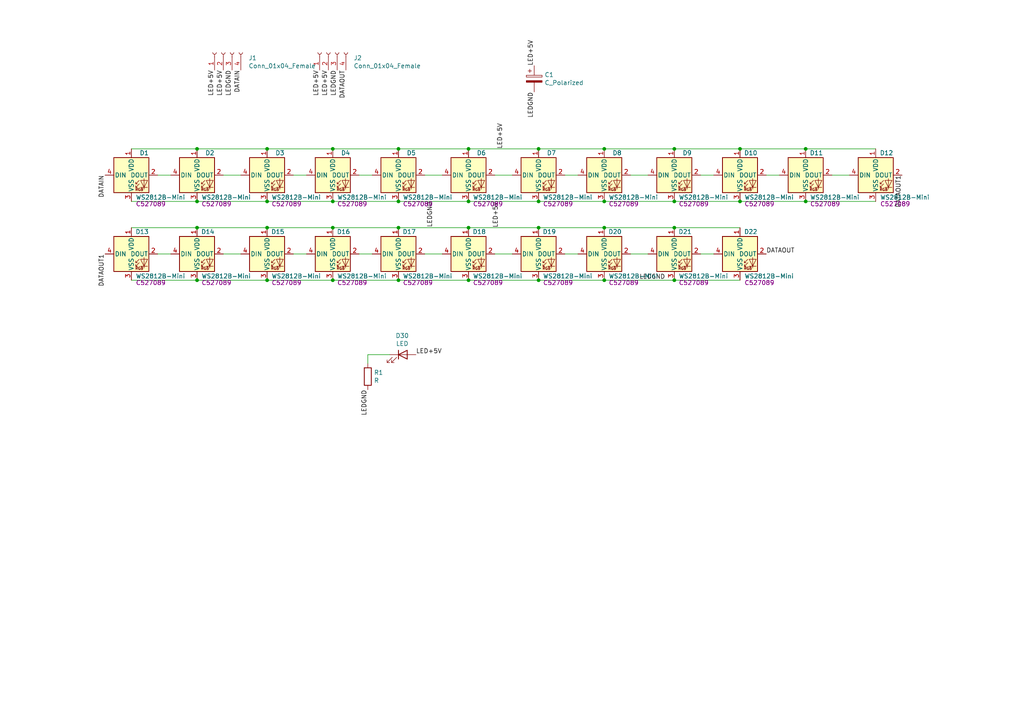
<source format=kicad_sch>
(kicad_sch (version 20211123) (generator eeschema)
  (paper "A4")
  (lib_symbols
    (symbol "Connector:Conn_01x04_Female" (pin_names (offset 1.016) hide)
      (property "Reference" "J" (at 0 5.08 0))
      (property "Value" "Conn_01x04_Female" (at 0 -7.62 0))
      (symbol "Conn_01x04_Female_1_1"
        (arc (start 0 -4.572) (mid -0.508 -5.08) (end 0 -5.588) (stroke (width 0.1524)))
        (arc (start 0 -2.032) (mid -0.508 -2.54) (end 0 -3.048) (stroke (width 0.1524)))
        (polyline (pts (xy -1.27 -5.08) (xy -0.508 -5.08)) (stroke (width 0.1524)))
        (polyline (pts (xy -1.27 -2.54) (xy -0.508 -2.54)) (stroke (width 0.1524)))
        (polyline (pts (xy -1.27 0) (xy -0.508 0)) (stroke (width 0.1524)))
        (polyline (pts (xy -1.27 2.54) (xy -0.508 2.54)) (stroke (width 0.1524)))
        (arc (start 0 0.508) (mid -0.508 0) (end 0 -0.508) (stroke (width 0.1524)))
        (arc (start 0 3.048) (mid -0.508 2.54) (end 0 2.032) (stroke (width 0.1524)))
        (pin passive line (at -5.08 2.54 0) (length 3.81) (name "Pin_1") (number "1"))
        (pin passive line (at -5.08 0 0) (length 3.81) (name "Pin_2") (number "2"))
        (pin passive line (at -5.08 -2.54 0) (length 3.81) (name "Pin_3") (number "3"))
        (pin passive line (at -5.08 -5.08 0) (length 3.81) (name "Pin_4") (number "4"))
      )
    )
    (symbol "Device:C_Polarized" (pin_numbers hide) (pin_names (offset 0.254))
      (property "Reference" "C" (at 0.635 2.54 0))
      (property "Value" "C_Polarized" (at 0.635 -2.54 0))
      (symbol "C_Polarized_0_1"
        (rectangle (start -2.286 0.508) (end 2.286 1.016))
        (polyline (pts (xy -1.778 2.286) (xy -0.762 2.286)))
        (polyline (pts (xy -1.27 2.794) (xy -1.27 1.778)))
        (rectangle (start 2.286 -0.508) (end -2.286 -1.016) (fill (type outline)))
      )
      (symbol "C_Polarized_1_1"
        (pin passive line (at 0 3.81 270) (length 2.794) (name "~") (number "1"))
        (pin passive line (at 0 -3.81 90) (length 2.794) (name "~") (number "2"))
      )
    )
    (symbol "Device:LED" (pin_numbers hide) (pin_names (offset 1.016) hide)
      (property "Reference" "D" (at 0 2.54 0))
      (property "Value" "LED" (at 0 -2.54 0))
      (symbol "LED_0_1"
        (polyline (pts (xy -1.27 -1.27) (xy -1.27 1.27)) (stroke (width 0.254)))
        (polyline (pts (xy -1.27 0) (xy 1.27 0)))
        (polyline (pts (xy 1.27 -1.27) (xy 1.27 1.27) (xy -1.27 0) (xy 1.27 -1.27)) (stroke (width 0.254)))
        (polyline (pts (xy -3.048 -0.762) (xy -4.572 -2.286) (xy -3.81 -2.286) (xy -4.572 -2.286) (xy -4.572 -1.524)))
        (polyline (pts (xy -1.778 -0.762) (xy -3.302 -2.286) (xy -2.54 -2.286) (xy -3.302 -2.286) (xy -3.302 -1.524)))
      )
      (symbol "LED_1_1"
        (pin passive line (at -3.81 0 0) (length 2.54) (name "K") (number "1"))
        (pin passive line (at 3.81 0 180) (length 2.54) (name "A") (number "2"))
      )
    )
    (symbol "Device:R" (pin_numbers hide) (pin_names (offset 0))
      (property "Reference" "R" (at 2.032 0 90))
      (property "Value" "R" (at 0 0 90))
      (symbol "R_0_1"
        (rectangle (start -1.016 -2.54) (end 1.016 2.54) (stroke (width 0.254)))
      )
      (symbol "R_1_1"
        (pin passive line (at 0 3.81 270) (length 1.27) (name "~") (number "1"))
        (pin passive line (at 0 -3.81 90) (length 1.27) (name "~") (number "2"))
      )
    )
    (symbol "OpenHornet:WS2812B-Mini" (pin_names (offset 0.254))
      (property "Reference" "D" (at 5.08 5.715 0))
      (property "Value" "WS2812B-Mini" (at 1.27 -5.715 0))
      (property "LCSC Part Number" "C527089" (at 1.27 -7.62 0))
      (symbol "WS2812B-Mini_0_0"
        (text "RGB" (at 2.286 -4.191 0) (effects (font (size 0.762 0.762))))
      )
      (symbol "WS2812B-Mini_0_1"
        (polyline (pts (xy 1.27 -3.556) (xy 1.778 -3.556)))
        (polyline (pts (xy 1.27 -2.54) (xy 1.778 -2.54)))
        (polyline (pts (xy 4.699 -3.556) (xy 2.667 -3.556)))
        (polyline (pts (xy 2.286 -2.54) (xy 1.27 -3.556) (xy 1.27 -3.048)))
        (polyline (pts (xy 2.286 -1.524) (xy 1.27 -2.54) (xy 1.27 -2.032)))
        (polyline (pts (xy 3.683 -1.016) (xy 3.683 -3.556) (xy 3.683 -4.064)))
        (polyline (pts (xy 4.699 -1.524) (xy 2.667 -1.524) (xy 3.683 -3.556) (xy 4.699 -1.524)))
        (rectangle (start 5.08 5.08) (end -5.08 -5.08) (stroke (width 0.254)) (fill (type background)))
      )
      (symbol "WS2812B-Mini_1_1"
        (pin power_in line (at 0 7.62 270) (length 2.54) (name "VDD") (number "1"))
        (pin output line (at 7.62 0 180) (length 2.54) (name "DOUT") (number "2"))
        (pin power_in line (at 0 -7.62 90) (length 2.54) (name "VSS") (number "3"))
        (pin input line (at -7.62 0 0) (length 2.54) (name "DIN") (number "4"))
      )
    )
    (symbol "WS2812B-Mini_1" (pin_names (offset 0.254))
      (property "Reference" "D" (at 5.08 5.715 0))
      (property "Value" "WS2812B-Mini_1" (at 1.27 -5.715 0))
      (property "LCSC Part Number" "C527089" (at 1.27 -7.62 0))
      (symbol "WS2812B-Mini_1_0_0"
        (text "RGB" (at 2.286 -4.191 0) (effects (font (size 0.762 0.762))))
      )
      (symbol "WS2812B-Mini_1_0_1"
        (polyline (pts (xy 1.27 -3.556) (xy 1.778 -3.556)))
        (polyline (pts (xy 1.27 -2.54) (xy 1.778 -2.54)))
        (polyline (pts (xy 4.699 -3.556) (xy 2.667 -3.556)))
        (polyline (pts (xy 2.286 -2.54) (xy 1.27 -3.556) (xy 1.27 -3.048)))
        (polyline (pts (xy 2.286 -1.524) (xy 1.27 -2.54) (xy 1.27 -2.032)))
        (polyline (pts (xy 3.683 -1.016) (xy 3.683 -3.556) (xy 3.683 -4.064)))
        (polyline (pts (xy 4.699 -1.524) (xy 2.667 -1.524) (xy 3.683 -3.556) (xy 4.699 -1.524)))
        (rectangle (start 5.08 5.08) (end -5.08 -5.08) (stroke (width 0.254)) (fill (type background)))
      )
      (symbol "WS2812B-Mini_1_1_1"
        (pin power_in line (at 0 7.62 270) (length 2.54) (name "VDD") (number "1"))
        (pin output line (at 7.62 0 180) (length 2.54) (name "DOUT") (number "2"))
        (pin power_in line (at 0 -7.62 90) (length 2.54) (name "VSS") (number "3"))
        (pin input line (at -7.62 0 0) (length 2.54) (name "DIN") (number "4"))
      )
    )
    (symbol "WS2812B-Mini_10" (pin_names (offset 0.254))
      (property "Reference" "D" (at 5.08 5.715 0))
      (property "Value" "WS2812B-Mini_10" (at 1.27 -5.715 0))
      (property "LCSC Part Number" "C527089" (at 1.27 -7.62 0))
      (symbol "WS2812B-Mini_10_0_0"
        (text "RGB" (at 2.286 -4.191 0) (effects (font (size 0.762 0.762))))
      )
      (symbol "WS2812B-Mini_10_0_1"
        (polyline (pts (xy 1.27 -3.556) (xy 1.778 -3.556)))
        (polyline (pts (xy 1.27 -2.54) (xy 1.778 -2.54)))
        (polyline (pts (xy 4.699 -3.556) (xy 2.667 -3.556)))
        (polyline (pts (xy 2.286 -2.54) (xy 1.27 -3.556) (xy 1.27 -3.048)))
        (polyline (pts (xy 2.286 -1.524) (xy 1.27 -2.54) (xy 1.27 -2.032)))
        (polyline (pts (xy 3.683 -1.016) (xy 3.683 -3.556) (xy 3.683 -4.064)))
        (polyline (pts (xy 4.699 -1.524) (xy 2.667 -1.524) (xy 3.683 -3.556) (xy 4.699 -1.524)))
        (rectangle (start 5.08 5.08) (end -5.08 -5.08) (stroke (width 0.254)) (fill (type background)))
      )
      (symbol "WS2812B-Mini_10_1_1"
        (pin power_in line (at 0 7.62 270) (length 2.54) (name "VDD") (number "1"))
        (pin output line (at 7.62 0 180) (length 2.54) (name "DOUT") (number "2"))
        (pin power_in line (at 0 -7.62 90) (length 2.54) (name "VSS") (number "3"))
        (pin input line (at -7.62 0 0) (length 2.54) (name "DIN") (number "4"))
      )
    )
    (symbol "WS2812B-Mini_11" (pin_names (offset 0.254))
      (property "Reference" "D" (at 5.08 5.715 0))
      (property "Value" "WS2812B-Mini_11" (at 1.27 -5.715 0))
      (property "LCSC Part Number" "C527089" (at 1.27 -7.62 0))
      (symbol "WS2812B-Mini_11_0_0"
        (text "RGB" (at 2.286 -4.191 0) (effects (font (size 0.762 0.762))))
      )
      (symbol "WS2812B-Mini_11_0_1"
        (polyline (pts (xy 1.27 -3.556) (xy 1.778 -3.556)))
        (polyline (pts (xy 1.27 -2.54) (xy 1.778 -2.54)))
        (polyline (pts (xy 4.699 -3.556) (xy 2.667 -3.556)))
        (polyline (pts (xy 2.286 -2.54) (xy 1.27 -3.556) (xy 1.27 -3.048)))
        (polyline (pts (xy 2.286 -1.524) (xy 1.27 -2.54) (xy 1.27 -2.032)))
        (polyline (pts (xy 3.683 -1.016) (xy 3.683 -3.556) (xy 3.683 -4.064)))
        (polyline (pts (xy 4.699 -1.524) (xy 2.667 -1.524) (xy 3.683 -3.556) (xy 4.699 -1.524)))
        (rectangle (start 5.08 5.08) (end -5.08 -5.08) (stroke (width 0.254)) (fill (type background)))
      )
      (symbol "WS2812B-Mini_11_1_1"
        (pin power_in line (at 0 7.62 270) (length 2.54) (name "VDD") (number "1"))
        (pin output line (at 7.62 0 180) (length 2.54) (name "DOUT") (number "2"))
        (pin power_in line (at 0 -7.62 90) (length 2.54) (name "VSS") (number "3"))
        (pin input line (at -7.62 0 0) (length 2.54) (name "DIN") (number "4"))
      )
    )
    (symbol "WS2812B-Mini_12" (pin_names (offset 0.254))
      (property "Reference" "D" (at 5.08 5.715 0))
      (property "Value" "WS2812B-Mini_12" (at 1.27 -5.715 0))
      (property "LCSC Part Number" "C527089" (at 1.27 -7.62 0))
      (symbol "WS2812B-Mini_12_0_0"
        (text "RGB" (at 2.286 -4.191 0) (effects (font (size 0.762 0.762))))
      )
      (symbol "WS2812B-Mini_12_0_1"
        (polyline (pts (xy 1.27 -3.556) (xy 1.778 -3.556)))
        (polyline (pts (xy 1.27 -2.54) (xy 1.778 -2.54)))
        (polyline (pts (xy 4.699 -3.556) (xy 2.667 -3.556)))
        (polyline (pts (xy 2.286 -2.54) (xy 1.27 -3.556) (xy 1.27 -3.048)))
        (polyline (pts (xy 2.286 -1.524) (xy 1.27 -2.54) (xy 1.27 -2.032)))
        (polyline (pts (xy 3.683 -1.016) (xy 3.683 -3.556) (xy 3.683 -4.064)))
        (polyline (pts (xy 4.699 -1.524) (xy 2.667 -1.524) (xy 3.683 -3.556) (xy 4.699 -1.524)))
        (rectangle (start 5.08 5.08) (end -5.08 -5.08) (stroke (width 0.254)) (fill (type background)))
      )
      (symbol "WS2812B-Mini_12_1_1"
        (pin power_in line (at 0 7.62 270) (length 2.54) (name "VDD") (number "1"))
        (pin output line (at 7.62 0 180) (length 2.54) (name "DOUT") (number "2"))
        (pin power_in line (at 0 -7.62 90) (length 2.54) (name "VSS") (number "3"))
        (pin input line (at -7.62 0 0) (length 2.54) (name "DIN") (number "4"))
      )
    )
    (symbol "WS2812B-Mini_13" (pin_names (offset 0.254))
      (property "Reference" "D" (at 5.08 5.715 0))
      (property "Value" "WS2812B-Mini_13" (at 1.27 -5.715 0))
      (property "LCSC Part Number" "C527089" (at 1.27 -7.62 0))
      (symbol "WS2812B-Mini_13_0_0"
        (text "RGB" (at 2.286 -4.191 0) (effects (font (size 0.762 0.762))))
      )
      (symbol "WS2812B-Mini_13_0_1"
        (polyline (pts (xy 1.27 -3.556) (xy 1.778 -3.556)))
        (polyline (pts (xy 1.27 -2.54) (xy 1.778 -2.54)))
        (polyline (pts (xy 4.699 -3.556) (xy 2.667 -3.556)))
        (polyline (pts (xy 2.286 -2.54) (xy 1.27 -3.556) (xy 1.27 -3.048)))
        (polyline (pts (xy 2.286 -1.524) (xy 1.27 -2.54) (xy 1.27 -2.032)))
        (polyline (pts (xy 3.683 -1.016) (xy 3.683 -3.556) (xy 3.683 -4.064)))
        (polyline (pts (xy 4.699 -1.524) (xy 2.667 -1.524) (xy 3.683 -3.556) (xy 4.699 -1.524)))
        (rectangle (start 5.08 5.08) (end -5.08 -5.08) (stroke (width 0.254)) (fill (type background)))
      )
      (symbol "WS2812B-Mini_13_1_1"
        (pin power_in line (at 0 7.62 270) (length 2.54) (name "VDD") (number "1"))
        (pin output line (at 7.62 0 180) (length 2.54) (name "DOUT") (number "2"))
        (pin power_in line (at 0 -7.62 90) (length 2.54) (name "VSS") (number "3"))
        (pin input line (at -7.62 0 0) (length 2.54) (name "DIN") (number "4"))
      )
    )
    (symbol "WS2812B-Mini_14" (pin_names (offset 0.254))
      (property "Reference" "D" (at 5.08 5.715 0))
      (property "Value" "WS2812B-Mini_14" (at 1.27 -5.715 0))
      (property "LCSC Part Number" "C527089" (at 1.27 -7.62 0))
      (symbol "WS2812B-Mini_14_0_0"
        (text "RGB" (at 2.286 -4.191 0) (effects (font (size 0.762 0.762))))
      )
      (symbol "WS2812B-Mini_14_0_1"
        (polyline (pts (xy 1.27 -3.556) (xy 1.778 -3.556)))
        (polyline (pts (xy 1.27 -2.54) (xy 1.778 -2.54)))
        (polyline (pts (xy 4.699 -3.556) (xy 2.667 -3.556)))
        (polyline (pts (xy 2.286 -2.54) (xy 1.27 -3.556) (xy 1.27 -3.048)))
        (polyline (pts (xy 2.286 -1.524) (xy 1.27 -2.54) (xy 1.27 -2.032)))
        (polyline (pts (xy 3.683 -1.016) (xy 3.683 -3.556) (xy 3.683 -4.064)))
        (polyline (pts (xy 4.699 -1.524) (xy 2.667 -1.524) (xy 3.683 -3.556) (xy 4.699 -1.524)))
        (rectangle (start 5.08 5.08) (end -5.08 -5.08) (stroke (width 0.254)) (fill (type background)))
      )
      (symbol "WS2812B-Mini_14_1_1"
        (pin power_in line (at 0 7.62 270) (length 2.54) (name "VDD") (number "1"))
        (pin output line (at 7.62 0 180) (length 2.54) (name "DOUT") (number "2"))
        (pin power_in line (at 0 -7.62 90) (length 2.54) (name "VSS") (number "3"))
        (pin input line (at -7.62 0 0) (length 2.54) (name "DIN") (number "4"))
      )
    )
    (symbol "WS2812B-Mini_15" (pin_names (offset 0.254))
      (property "Reference" "D" (at 5.08 5.715 0))
      (property "Value" "WS2812B-Mini_15" (at 1.27 -5.715 0))
      (property "LCSC Part Number" "C527089" (at 1.27 -7.62 0))
      (symbol "WS2812B-Mini_15_0_0"
        (text "RGB" (at 2.286 -4.191 0) (effects (font (size 0.762 0.762))))
      )
      (symbol "WS2812B-Mini_15_0_1"
        (polyline (pts (xy 1.27 -3.556) (xy 1.778 -3.556)))
        (polyline (pts (xy 1.27 -2.54) (xy 1.778 -2.54)))
        (polyline (pts (xy 4.699 -3.556) (xy 2.667 -3.556)))
        (polyline (pts (xy 2.286 -2.54) (xy 1.27 -3.556) (xy 1.27 -3.048)))
        (polyline (pts (xy 2.286 -1.524) (xy 1.27 -2.54) (xy 1.27 -2.032)))
        (polyline (pts (xy 3.683 -1.016) (xy 3.683 -3.556) (xy 3.683 -4.064)))
        (polyline (pts (xy 4.699 -1.524) (xy 2.667 -1.524) (xy 3.683 -3.556) (xy 4.699 -1.524)))
        (rectangle (start 5.08 5.08) (end -5.08 -5.08) (stroke (width 0.254)) (fill (type background)))
      )
      (symbol "WS2812B-Mini_15_1_1"
        (pin power_in line (at 0 7.62 270) (length 2.54) (name "VDD") (number "1"))
        (pin output line (at 7.62 0 180) (length 2.54) (name "DOUT") (number "2"))
        (pin power_in line (at 0 -7.62 90) (length 2.54) (name "VSS") (number "3"))
        (pin input line (at -7.62 0 0) (length 2.54) (name "DIN") (number "4"))
      )
    )
    (symbol "WS2812B-Mini_16" (pin_names (offset 0.254))
      (property "Reference" "D" (at 5.08 5.715 0))
      (property "Value" "WS2812B-Mini_16" (at 1.27 -5.715 0))
      (property "LCSC Part Number" "C527089" (at 1.27 -7.62 0))
      (symbol "WS2812B-Mini_16_0_0"
        (text "RGB" (at 2.286 -4.191 0) (effects (font (size 0.762 0.762))))
      )
      (symbol "WS2812B-Mini_16_0_1"
        (polyline (pts (xy 1.27 -3.556) (xy 1.778 -3.556)))
        (polyline (pts (xy 1.27 -2.54) (xy 1.778 -2.54)))
        (polyline (pts (xy 4.699 -3.556) (xy 2.667 -3.556)))
        (polyline (pts (xy 2.286 -2.54) (xy 1.27 -3.556) (xy 1.27 -3.048)))
        (polyline (pts (xy 2.286 -1.524) (xy 1.27 -2.54) (xy 1.27 -2.032)))
        (polyline (pts (xy 3.683 -1.016) (xy 3.683 -3.556) (xy 3.683 -4.064)))
        (polyline (pts (xy 4.699 -1.524) (xy 2.667 -1.524) (xy 3.683 -3.556) (xy 4.699 -1.524)))
        (rectangle (start 5.08 5.08) (end -5.08 -5.08) (stroke (width 0.254)) (fill (type background)))
      )
      (symbol "WS2812B-Mini_16_1_1"
        (pin power_in line (at 0 7.62 270) (length 2.54) (name "VDD") (number "1"))
        (pin output line (at 7.62 0 180) (length 2.54) (name "DOUT") (number "2"))
        (pin power_in line (at 0 -7.62 90) (length 2.54) (name "VSS") (number "3"))
        (pin input line (at -7.62 0 0) (length 2.54) (name "DIN") (number "4"))
      )
    )
    (symbol "WS2812B-Mini_17" (pin_names (offset 0.254))
      (property "Reference" "D" (at 5.08 5.715 0))
      (property "Value" "WS2812B-Mini_17" (at 1.27 -5.715 0))
      (property "LCSC Part Number" "C527089" (at 1.27 -7.62 0))
      (symbol "WS2812B-Mini_17_0_0"
        (text "RGB" (at 2.286 -4.191 0) (effects (font (size 0.762 0.762))))
      )
      (symbol "WS2812B-Mini_17_0_1"
        (polyline (pts (xy 1.27 -3.556) (xy 1.778 -3.556)))
        (polyline (pts (xy 1.27 -2.54) (xy 1.778 -2.54)))
        (polyline (pts (xy 4.699 -3.556) (xy 2.667 -3.556)))
        (polyline (pts (xy 2.286 -2.54) (xy 1.27 -3.556) (xy 1.27 -3.048)))
        (polyline (pts (xy 2.286 -1.524) (xy 1.27 -2.54) (xy 1.27 -2.032)))
        (polyline (pts (xy 3.683 -1.016) (xy 3.683 -3.556) (xy 3.683 -4.064)))
        (polyline (pts (xy 4.699 -1.524) (xy 2.667 -1.524) (xy 3.683 -3.556) (xy 4.699 -1.524)))
        (rectangle (start 5.08 5.08) (end -5.08 -5.08) (stroke (width 0.254)) (fill (type background)))
      )
      (symbol "WS2812B-Mini_17_1_1"
        (pin power_in line (at 0 7.62 270) (length 2.54) (name "VDD") (number "1"))
        (pin output line (at 7.62 0 180) (length 2.54) (name "DOUT") (number "2"))
        (pin power_in line (at 0 -7.62 90) (length 2.54) (name "VSS") (number "3"))
        (pin input line (at -7.62 0 0) (length 2.54) (name "DIN") (number "4"))
      )
    )
    (symbol "WS2812B-Mini_18" (pin_names (offset 0.254))
      (property "Reference" "D" (at 5.08 5.715 0))
      (property "Value" "WS2812B-Mini_18" (at 1.27 -5.715 0))
      (property "LCSC Part Number" "C527089" (at 1.27 -7.62 0))
      (symbol "WS2812B-Mini_18_0_0"
        (text "RGB" (at 2.286 -4.191 0) (effects (font (size 0.762 0.762))))
      )
      (symbol "WS2812B-Mini_18_0_1"
        (polyline (pts (xy 1.27 -3.556) (xy 1.778 -3.556)))
        (polyline (pts (xy 1.27 -2.54) (xy 1.778 -2.54)))
        (polyline (pts (xy 4.699 -3.556) (xy 2.667 -3.556)))
        (polyline (pts (xy 2.286 -2.54) (xy 1.27 -3.556) (xy 1.27 -3.048)))
        (polyline (pts (xy 2.286 -1.524) (xy 1.27 -2.54) (xy 1.27 -2.032)))
        (polyline (pts (xy 3.683 -1.016) (xy 3.683 -3.556) (xy 3.683 -4.064)))
        (polyline (pts (xy 4.699 -1.524) (xy 2.667 -1.524) (xy 3.683 -3.556) (xy 4.699 -1.524)))
        (rectangle (start 5.08 5.08) (end -5.08 -5.08) (stroke (width 0.254)) (fill (type background)))
      )
      (symbol "WS2812B-Mini_18_1_1"
        (pin power_in line (at 0 7.62 270) (length 2.54) (name "VDD") (number "1"))
        (pin output line (at 7.62 0 180) (length 2.54) (name "DOUT") (number "2"))
        (pin power_in line (at 0 -7.62 90) (length 2.54) (name "VSS") (number "3"))
        (pin input line (at -7.62 0 0) (length 2.54) (name "DIN") (number "4"))
      )
    )
    (symbol "WS2812B-Mini_19" (pin_names (offset 0.254))
      (property "Reference" "D" (at 5.08 5.715 0))
      (property "Value" "WS2812B-Mini_19" (at 1.27 -5.715 0))
      (property "LCSC Part Number" "C527089" (at 1.27 -7.62 0))
      (symbol "WS2812B-Mini_19_0_0"
        (text "RGB" (at 2.286 -4.191 0) (effects (font (size 0.762 0.762))))
      )
      (symbol "WS2812B-Mini_19_0_1"
        (polyline (pts (xy 1.27 -3.556) (xy 1.778 -3.556)))
        (polyline (pts (xy 1.27 -2.54) (xy 1.778 -2.54)))
        (polyline (pts (xy 4.699 -3.556) (xy 2.667 -3.556)))
        (polyline (pts (xy 2.286 -2.54) (xy 1.27 -3.556) (xy 1.27 -3.048)))
        (polyline (pts (xy 2.286 -1.524) (xy 1.27 -2.54) (xy 1.27 -2.032)))
        (polyline (pts (xy 3.683 -1.016) (xy 3.683 -3.556) (xy 3.683 -4.064)))
        (polyline (pts (xy 4.699 -1.524) (xy 2.667 -1.524) (xy 3.683 -3.556) (xy 4.699 -1.524)))
        (rectangle (start 5.08 5.08) (end -5.08 -5.08) (stroke (width 0.254)) (fill (type background)))
      )
      (symbol "WS2812B-Mini_19_1_1"
        (pin power_in line (at 0 7.62 270) (length 2.54) (name "VDD") (number "1"))
        (pin output line (at 7.62 0 180) (length 2.54) (name "DOUT") (number "2"))
        (pin power_in line (at 0 -7.62 90) (length 2.54) (name "VSS") (number "3"))
        (pin input line (at -7.62 0 0) (length 2.54) (name "DIN") (number "4"))
      )
    )
    (symbol "WS2812B-Mini_2" (pin_names (offset 0.254))
      (property "Reference" "D" (at 5.08 5.715 0))
      (property "Value" "WS2812B-Mini_2" (at 1.27 -5.715 0))
      (property "LCSC Part Number" "C527089" (at 1.27 -7.62 0))
      (symbol "WS2812B-Mini_2_0_0"
        (text "RGB" (at 2.286 -4.191 0) (effects (font (size 0.762 0.762))))
      )
      (symbol "WS2812B-Mini_2_0_1"
        (polyline (pts (xy 1.27 -3.556) (xy 1.778 -3.556)))
        (polyline (pts (xy 1.27 -2.54) (xy 1.778 -2.54)))
        (polyline (pts (xy 4.699 -3.556) (xy 2.667 -3.556)))
        (polyline (pts (xy 2.286 -2.54) (xy 1.27 -3.556) (xy 1.27 -3.048)))
        (polyline (pts (xy 2.286 -1.524) (xy 1.27 -2.54) (xy 1.27 -2.032)))
        (polyline (pts (xy 3.683 -1.016) (xy 3.683 -3.556) (xy 3.683 -4.064)))
        (polyline (pts (xy 4.699 -1.524) (xy 2.667 -1.524) (xy 3.683 -3.556) (xy 4.699 -1.524)))
        (rectangle (start 5.08 5.08) (end -5.08 -5.08) (stroke (width 0.254)) (fill (type background)))
      )
      (symbol "WS2812B-Mini_2_1_1"
        (pin power_in line (at 0 7.62 270) (length 2.54) (name "VDD") (number "1"))
        (pin output line (at 7.62 0 180) (length 2.54) (name "DOUT") (number "2"))
        (pin power_in line (at 0 -7.62 90) (length 2.54) (name "VSS") (number "3"))
        (pin input line (at -7.62 0 0) (length 2.54) (name "DIN") (number "4"))
      )
    )
    (symbol "WS2812B-Mini_20" (pin_names (offset 0.254))
      (property "Reference" "D" (at 5.08 5.715 0))
      (property "Value" "WS2812B-Mini_20" (at 1.27 -5.715 0))
      (property "LCSC Part Number" "C527089" (at 1.27 -7.62 0))
      (symbol "WS2812B-Mini_20_0_0"
        (text "RGB" (at 2.286 -4.191 0) (effects (font (size 0.762 0.762))))
      )
      (symbol "WS2812B-Mini_20_0_1"
        (polyline (pts (xy 1.27 -3.556) (xy 1.778 -3.556)))
        (polyline (pts (xy 1.27 -2.54) (xy 1.778 -2.54)))
        (polyline (pts (xy 4.699 -3.556) (xy 2.667 -3.556)))
        (polyline (pts (xy 2.286 -2.54) (xy 1.27 -3.556) (xy 1.27 -3.048)))
        (polyline (pts (xy 2.286 -1.524) (xy 1.27 -2.54) (xy 1.27 -2.032)))
        (polyline (pts (xy 3.683 -1.016) (xy 3.683 -3.556) (xy 3.683 -4.064)))
        (polyline (pts (xy 4.699 -1.524) (xy 2.667 -1.524) (xy 3.683 -3.556) (xy 4.699 -1.524)))
        (rectangle (start 5.08 5.08) (end -5.08 -5.08) (stroke (width 0.254)) (fill (type background)))
      )
      (symbol "WS2812B-Mini_20_1_1"
        (pin power_in line (at 0 7.62 270) (length 2.54) (name "VDD") (number "1"))
        (pin output line (at 7.62 0 180) (length 2.54) (name "DOUT") (number "2"))
        (pin power_in line (at 0 -7.62 90) (length 2.54) (name "VSS") (number "3"))
        (pin input line (at -7.62 0 0) (length 2.54) (name "DIN") (number "4"))
      )
    )
    (symbol "WS2812B-Mini_21" (pin_names (offset 0.254))
      (property "Reference" "D" (at 5.08 5.715 0))
      (property "Value" "WS2812B-Mini_21" (at 1.27 -5.715 0))
      (property "LCSC Part Number" "C527089" (at 1.27 -7.62 0))
      (symbol "WS2812B-Mini_21_0_0"
        (text "RGB" (at 2.286 -4.191 0) (effects (font (size 0.762 0.762))))
      )
      (symbol "WS2812B-Mini_21_0_1"
        (polyline (pts (xy 1.27 -3.556) (xy 1.778 -3.556)))
        (polyline (pts (xy 1.27 -2.54) (xy 1.778 -2.54)))
        (polyline (pts (xy 4.699 -3.556) (xy 2.667 -3.556)))
        (polyline (pts (xy 2.286 -2.54) (xy 1.27 -3.556) (xy 1.27 -3.048)))
        (polyline (pts (xy 2.286 -1.524) (xy 1.27 -2.54) (xy 1.27 -2.032)))
        (polyline (pts (xy 3.683 -1.016) (xy 3.683 -3.556) (xy 3.683 -4.064)))
        (polyline (pts (xy 4.699 -1.524) (xy 2.667 -1.524) (xy 3.683 -3.556) (xy 4.699 -1.524)))
        (rectangle (start 5.08 5.08) (end -5.08 -5.08) (stroke (width 0.254)) (fill (type background)))
      )
      (symbol "WS2812B-Mini_21_1_1"
        (pin power_in line (at 0 7.62 270) (length 2.54) (name "VDD") (number "1"))
        (pin output line (at 7.62 0 180) (length 2.54) (name "DOUT") (number "2"))
        (pin power_in line (at 0 -7.62 90) (length 2.54) (name "VSS") (number "3"))
        (pin input line (at -7.62 0 0) (length 2.54) (name "DIN") (number "4"))
      )
    )
    (symbol "WS2812B-Mini_3" (pin_names (offset 0.254))
      (property "Reference" "D" (at 5.08 5.715 0))
      (property "Value" "WS2812B-Mini_3" (at 1.27 -5.715 0))
      (property "LCSC Part Number" "C527089" (at 1.27 -7.62 0))
      (symbol "WS2812B-Mini_3_0_0"
        (text "RGB" (at 2.286 -4.191 0) (effects (font (size 0.762 0.762))))
      )
      (symbol "WS2812B-Mini_3_0_1"
        (polyline (pts (xy 1.27 -3.556) (xy 1.778 -3.556)))
        (polyline (pts (xy 1.27 -2.54) (xy 1.778 -2.54)))
        (polyline (pts (xy 4.699 -3.556) (xy 2.667 -3.556)))
        (polyline (pts (xy 2.286 -2.54) (xy 1.27 -3.556) (xy 1.27 -3.048)))
        (polyline (pts (xy 2.286 -1.524) (xy 1.27 -2.54) (xy 1.27 -2.032)))
        (polyline (pts (xy 3.683 -1.016) (xy 3.683 -3.556) (xy 3.683 -4.064)))
        (polyline (pts (xy 4.699 -1.524) (xy 2.667 -1.524) (xy 3.683 -3.556) (xy 4.699 -1.524)))
        (rectangle (start 5.08 5.08) (end -5.08 -5.08) (stroke (width 0.254)) (fill (type background)))
      )
      (symbol "WS2812B-Mini_3_1_1"
        (pin power_in line (at 0 7.62 270) (length 2.54) (name "VDD") (number "1"))
        (pin output line (at 7.62 0 180) (length 2.54) (name "DOUT") (number "2"))
        (pin power_in line (at 0 -7.62 90) (length 2.54) (name "VSS") (number "3"))
        (pin input line (at -7.62 0 0) (length 2.54) (name "DIN") (number "4"))
      )
    )
    (symbol "WS2812B-Mini_4" (pin_names (offset 0.254))
      (property "Reference" "D" (at 5.08 5.715 0))
      (property "Value" "WS2812B-Mini_4" (at 1.27 -5.715 0))
      (property "LCSC Part Number" "C527089" (at 1.27 -7.62 0))
      (symbol "WS2812B-Mini_4_0_0"
        (text "RGB" (at 2.286 -4.191 0) (effects (font (size 0.762 0.762))))
      )
      (symbol "WS2812B-Mini_4_0_1"
        (polyline (pts (xy 1.27 -3.556) (xy 1.778 -3.556)))
        (polyline (pts (xy 1.27 -2.54) (xy 1.778 -2.54)))
        (polyline (pts (xy 4.699 -3.556) (xy 2.667 -3.556)))
        (polyline (pts (xy 2.286 -2.54) (xy 1.27 -3.556) (xy 1.27 -3.048)))
        (polyline (pts (xy 2.286 -1.524) (xy 1.27 -2.54) (xy 1.27 -2.032)))
        (polyline (pts (xy 3.683 -1.016) (xy 3.683 -3.556) (xy 3.683 -4.064)))
        (polyline (pts (xy 4.699 -1.524) (xy 2.667 -1.524) (xy 3.683 -3.556) (xy 4.699 -1.524)))
        (rectangle (start 5.08 5.08) (end -5.08 -5.08) (stroke (width 0.254)) (fill (type background)))
      )
      (symbol "WS2812B-Mini_4_1_1"
        (pin power_in line (at 0 7.62 270) (length 2.54) (name "VDD") (number "1"))
        (pin output line (at 7.62 0 180) (length 2.54) (name "DOUT") (number "2"))
        (pin power_in line (at 0 -7.62 90) (length 2.54) (name "VSS") (number "3"))
        (pin input line (at -7.62 0 0) (length 2.54) (name "DIN") (number "4"))
      )
    )
    (symbol "WS2812B-Mini_5" (pin_names (offset 0.254))
      (property "Reference" "D" (at 5.08 5.715 0))
      (property "Value" "WS2812B-Mini_5" (at 1.27 -5.715 0))
      (property "LCSC Part Number" "C527089" (at 1.27 -7.62 0))
      (symbol "WS2812B-Mini_5_0_0"
        (text "RGB" (at 2.286 -4.191 0) (effects (font (size 0.762 0.762))))
      )
      (symbol "WS2812B-Mini_5_0_1"
        (polyline (pts (xy 1.27 -3.556) (xy 1.778 -3.556)))
        (polyline (pts (xy 1.27 -2.54) (xy 1.778 -2.54)))
        (polyline (pts (xy 4.699 -3.556) (xy 2.667 -3.556)))
        (polyline (pts (xy 2.286 -2.54) (xy 1.27 -3.556) (xy 1.27 -3.048)))
        (polyline (pts (xy 2.286 -1.524) (xy 1.27 -2.54) (xy 1.27 -2.032)))
        (polyline (pts (xy 3.683 -1.016) (xy 3.683 -3.556) (xy 3.683 -4.064)))
        (polyline (pts (xy 4.699 -1.524) (xy 2.667 -1.524) (xy 3.683 -3.556) (xy 4.699 -1.524)))
        (rectangle (start 5.08 5.08) (end -5.08 -5.08) (stroke (width 0.254)) (fill (type background)))
      )
      (symbol "WS2812B-Mini_5_1_1"
        (pin power_in line (at 0 7.62 270) (length 2.54) (name "VDD") (number "1"))
        (pin output line (at 7.62 0 180) (length 2.54) (name "DOUT") (number "2"))
        (pin power_in line (at 0 -7.62 90) (length 2.54) (name "VSS") (number "3"))
        (pin input line (at -7.62 0 0) (length 2.54) (name "DIN") (number "4"))
      )
    )
    (symbol "WS2812B-Mini_6" (pin_names (offset 0.254))
      (property "Reference" "D" (at 5.08 5.715 0))
      (property "Value" "WS2812B-Mini_6" (at 1.27 -5.715 0))
      (property "LCSC Part Number" "C527089" (at 1.27 -7.62 0))
      (symbol "WS2812B-Mini_6_0_0"
        (text "RGB" (at 2.286 -4.191 0) (effects (font (size 0.762 0.762))))
      )
      (symbol "WS2812B-Mini_6_0_1"
        (polyline (pts (xy 1.27 -3.556) (xy 1.778 -3.556)))
        (polyline (pts (xy 1.27 -2.54) (xy 1.778 -2.54)))
        (polyline (pts (xy 4.699 -3.556) (xy 2.667 -3.556)))
        (polyline (pts (xy 2.286 -2.54) (xy 1.27 -3.556) (xy 1.27 -3.048)))
        (polyline (pts (xy 2.286 -1.524) (xy 1.27 -2.54) (xy 1.27 -2.032)))
        (polyline (pts (xy 3.683 -1.016) (xy 3.683 -3.556) (xy 3.683 -4.064)))
        (polyline (pts (xy 4.699 -1.524) (xy 2.667 -1.524) (xy 3.683 -3.556) (xy 4.699 -1.524)))
        (rectangle (start 5.08 5.08) (end -5.08 -5.08) (stroke (width 0.254)) (fill (type background)))
      )
      (symbol "WS2812B-Mini_6_1_1"
        (pin power_in line (at 0 7.62 270) (length 2.54) (name "VDD") (number "1"))
        (pin output line (at 7.62 0 180) (length 2.54) (name "DOUT") (number "2"))
        (pin power_in line (at 0 -7.62 90) (length 2.54) (name "VSS") (number "3"))
        (pin input line (at -7.62 0 0) (length 2.54) (name "DIN") (number "4"))
      )
    )
    (symbol "WS2812B-Mini_7" (pin_names (offset 0.254))
      (property "Reference" "D" (at 5.08 5.715 0))
      (property "Value" "WS2812B-Mini_7" (at 1.27 -5.715 0))
      (property "LCSC Part Number" "C527089" (at 1.27 -7.62 0))
      (symbol "WS2812B-Mini_7_0_0"
        (text "RGB" (at 2.286 -4.191 0) (effects (font (size 0.762 0.762))))
      )
      (symbol "WS2812B-Mini_7_0_1"
        (polyline (pts (xy 1.27 -3.556) (xy 1.778 -3.556)))
        (polyline (pts (xy 1.27 -2.54) (xy 1.778 -2.54)))
        (polyline (pts (xy 4.699 -3.556) (xy 2.667 -3.556)))
        (polyline (pts (xy 2.286 -2.54) (xy 1.27 -3.556) (xy 1.27 -3.048)))
        (polyline (pts (xy 2.286 -1.524) (xy 1.27 -2.54) (xy 1.27 -2.032)))
        (polyline (pts (xy 3.683 -1.016) (xy 3.683 -3.556) (xy 3.683 -4.064)))
        (polyline (pts (xy 4.699 -1.524) (xy 2.667 -1.524) (xy 3.683 -3.556) (xy 4.699 -1.524)))
        (rectangle (start 5.08 5.08) (end -5.08 -5.08) (stroke (width 0.254)) (fill (type background)))
      )
      (symbol "WS2812B-Mini_7_1_1"
        (pin power_in line (at 0 7.62 270) (length 2.54) (name "VDD") (number "1"))
        (pin output line (at 7.62 0 180) (length 2.54) (name "DOUT") (number "2"))
        (pin power_in line (at 0 -7.62 90) (length 2.54) (name "VSS") (number "3"))
        (pin input line (at -7.62 0 0) (length 2.54) (name "DIN") (number "4"))
      )
    )
    (symbol "WS2812B-Mini_8" (pin_names (offset 0.254))
      (property "Reference" "D" (at 5.08 5.715 0))
      (property "Value" "WS2812B-Mini_8" (at 1.27 -5.715 0))
      (property "LCSC Part Number" "C527089" (at 1.27 -7.62 0))
      (symbol "WS2812B-Mini_8_0_0"
        (text "RGB" (at 2.286 -4.191 0) (effects (font (size 0.762 0.762))))
      )
      (symbol "WS2812B-Mini_8_0_1"
        (polyline (pts (xy 1.27 -3.556) (xy 1.778 -3.556)))
        (polyline (pts (xy 1.27 -2.54) (xy 1.778 -2.54)))
        (polyline (pts (xy 4.699 -3.556) (xy 2.667 -3.556)))
        (polyline (pts (xy 2.286 -2.54) (xy 1.27 -3.556) (xy 1.27 -3.048)))
        (polyline (pts (xy 2.286 -1.524) (xy 1.27 -2.54) (xy 1.27 -2.032)))
        (polyline (pts (xy 3.683 -1.016) (xy 3.683 -3.556) (xy 3.683 -4.064)))
        (polyline (pts (xy 4.699 -1.524) (xy 2.667 -1.524) (xy 3.683 -3.556) (xy 4.699 -1.524)))
        (rectangle (start 5.08 5.08) (end -5.08 -5.08) (stroke (width 0.254)) (fill (type background)))
      )
      (symbol "WS2812B-Mini_8_1_1"
        (pin power_in line (at 0 7.62 270) (length 2.54) (name "VDD") (number "1"))
        (pin output line (at 7.62 0 180) (length 2.54) (name "DOUT") (number "2"))
        (pin power_in line (at 0 -7.62 90) (length 2.54) (name "VSS") (number "3"))
        (pin input line (at -7.62 0 0) (length 2.54) (name "DIN") (number "4"))
      )
    )
    (symbol "WS2812B-Mini_9" (pin_names (offset 0.254))
      (property "Reference" "D" (at 5.08 5.715 0))
      (property "Value" "WS2812B-Mini_9" (at 1.27 -5.715 0))
      (property "LCSC Part Number" "C527089" (at 1.27 -7.62 0))
      (symbol "WS2812B-Mini_9_0_0"
        (text "RGB" (at 2.286 -4.191 0) (effects (font (size 0.762 0.762))))
      )
      (symbol "WS2812B-Mini_9_0_1"
        (polyline (pts (xy 1.27 -3.556) (xy 1.778 -3.556)))
        (polyline (pts (xy 1.27 -2.54) (xy 1.778 -2.54)))
        (polyline (pts (xy 4.699 -3.556) (xy 2.667 -3.556)))
        (polyline (pts (xy 2.286 -2.54) (xy 1.27 -3.556) (xy 1.27 -3.048)))
        (polyline (pts (xy 2.286 -1.524) (xy 1.27 -2.54) (xy 1.27 -2.032)))
        (polyline (pts (xy 3.683 -1.016) (xy 3.683 -3.556) (xy 3.683 -4.064)))
        (polyline (pts (xy 4.699 -1.524) (xy 2.667 -1.524) (xy 3.683 -3.556) (xy 4.699 -1.524)))
        (rectangle (start 5.08 5.08) (end -5.08 -5.08) (stroke (width 0.254)) (fill (type background)))
      )
      (symbol "WS2812B-Mini_9_1_1"
        (pin power_in line (at 0 7.62 270) (length 2.54) (name "VDD") (number "1"))
        (pin output line (at 7.62 0 180) (length 2.54) (name "DOUT") (number "2"))
        (pin power_in line (at 0 -7.62 90) (length 2.54) (name "VSS") (number "3"))
        (pin input line (at -7.62 0 0) (length 2.54) (name "DIN") (number "4"))
      )
    )
  )
  (junction (at 175.26 66.04))
  (junction (at 135.89 81.28))
  (junction (at 96.52 58.42))
  (junction (at 195.58 81.28))
  (junction (at 77.47 66.04))
  (junction (at 115.57 66.04))
  (junction (at 96.52 66.04))
  (junction (at 96.52 43.18))
  (junction (at 195.58 43.18))
  (junction (at 57.15 66.04))
  (junction (at 175.26 81.28))
  (junction (at 96.52 81.28))
  (junction (at 77.47 58.42))
  (junction (at 156.21 58.42))
  (junction (at 156.21 66.04))
  (junction (at 233.68 58.42))
  (junction (at 115.57 43.18))
  (junction (at 135.89 58.42))
  (junction (at 57.15 81.28))
  (junction (at 233.68 43.18))
  (junction (at 77.47 81.28))
  (junction (at 115.57 81.28))
  (junction (at 175.26 58.42))
  (junction (at 156.21 81.28))
  (junction (at 57.15 43.18))
  (junction (at 195.58 58.42))
  (junction (at 195.58 66.04))
  (junction (at 115.57 58.42))
  (junction (at 77.47 43.18))
  (junction (at 135.89 66.04))
  (junction (at 57.15 58.42))
  (junction (at 214.63 58.42))
  (junction (at 214.63 43.18))
  (junction (at 156.21 43.18))
  (junction (at 175.26 43.18))
  (junction (at 135.89 43.18))
  (wire (pts (xy 163.83 50.8) (xy 167.64 50.8)))
  (wire (pts (xy 175.26 58.42) (xy 195.58 58.42)))
  (wire (pts (xy 156.21 81.28) (xy 175.26 81.28)))
  (wire (pts (xy 135.89 81.28) (xy 156.21 81.28)))
  (wire (pts (xy 77.47 66.04) (xy 57.15 66.04)))
  (wire (pts (xy 77.47 43.18) (xy 57.15 43.18)))
  (wire (pts (xy 96.52 58.42) (xy 115.57 58.42)))
  (wire (pts (xy 115.57 81.28) (xy 135.89 81.28)))
  (wire (pts (xy 64.77 50.8) (xy 69.85 50.8)))
  (wire (pts (xy 57.15 58.42) (xy 77.47 58.42)))
  (wire (pts (xy 187.96 73.66) (xy 182.88 73.66)))
  (wire (pts (xy 222.25 50.8) (xy 226.06 50.8)))
  (wire (pts (xy 88.9 73.66) (xy 85.09 73.66)))
  (wire (pts (xy 38.1 81.28) (xy 57.15 81.28)))
  (wire (pts (xy 214.63 66.04) (xy 195.58 66.04)))
  (wire (pts (xy 214.63 43.18) (xy 195.58 43.18)))
  (wire (pts (xy 38.1 58.42) (xy 57.15 58.42)))
  (wire (pts (xy 175.26 43.18) (xy 156.21 43.18)))
  (wire (pts (xy 57.15 43.18) (xy 38.1 43.18)))
  (wire (pts (xy 45.72 50.8) (xy 49.53 50.8)))
  (wire (pts (xy 195.58 81.28) (xy 214.63 81.28)))
  (wire (pts (xy 156.21 58.42) (xy 175.26 58.42)))
  (wire (pts (xy 57.15 81.28) (xy 77.47 81.28)))
  (wire (pts (xy 113.03 102.87) (xy 106.68 102.87)))
  (wire (pts (xy 115.57 66.04) (xy 96.52 66.04)))
  (wire (pts (xy 96.52 43.18) (xy 77.47 43.18)))
  (wire (pts (xy 175.26 66.04) (xy 156.21 66.04)))
  (wire (pts (xy 233.68 58.42) (xy 254 58.42)))
  (wire (pts (xy 203.2 50.8) (xy 207.01 50.8)))
  (wire (pts (xy 143.51 50.8) (xy 148.59 50.8)))
  (wire (pts (xy 115.57 43.18) (xy 96.52 43.18)))
  (wire (pts (xy 69.85 73.66) (xy 64.77 73.66)))
  (wire (pts (xy 148.59 73.66) (xy 143.51 73.66)))
  (wire (pts (xy 135.89 58.42) (xy 156.21 58.42)))
  (wire (pts (xy 135.89 66.04) (xy 115.57 66.04)))
  (wire (pts (xy 85.09 50.8) (xy 88.9 50.8)))
  (wire (pts (xy 104.14 50.8) (xy 107.95 50.8)))
  (wire (pts (xy 123.19 50.8) (xy 128.27 50.8)))
  (wire (pts (xy 115.57 58.42) (xy 135.89 58.42)))
  (wire (pts (xy 182.88 50.8) (xy 187.96 50.8)))
  (wire (pts (xy 175.26 81.28) (xy 195.58 81.28)))
  (wire (pts (xy 77.47 81.28) (xy 96.52 81.28)))
  (wire (pts (xy 49.53 73.66) (xy 45.72 73.66)))
  (wire (pts (xy 207.01 73.66) (xy 203.2 73.66)))
  (wire (pts (xy 96.52 81.28) (xy 115.57 81.28)))
  (wire (pts (xy 77.47 58.42) (xy 96.52 58.42)))
  (wire (pts (xy 156.21 43.18) (xy 135.89 43.18)))
  (wire (pts (xy 241.3 50.8) (xy 246.38 50.8)))
  (wire (pts (xy 195.58 43.18) (xy 175.26 43.18)))
  (wire (pts (xy 233.68 43.18) (xy 214.63 43.18)))
  (wire (pts (xy 96.52 66.04) (xy 77.47 66.04)))
  (wire (pts (xy 57.15 66.04) (xy 38.1 66.04)))
  (wire (pts (xy 195.58 58.42) (xy 214.63 58.42)))
  (wire (pts (xy 156.21 66.04) (xy 135.89 66.04)))
  (wire (pts (xy 167.64 73.66) (xy 163.83 73.66)))
  (wire (pts (xy 107.95 73.66) (xy 104.14 73.66)))
  (wire (pts (xy 214.63 58.42) (xy 233.68 58.42)))
  (wire (pts (xy 128.27 73.66) (xy 123.19 73.66)))
  (wire (pts (xy 135.89 43.18) (xy 115.57 43.18)))
  (wire (pts (xy 195.58 66.04) (xy 175.26 66.04)))
  (wire (pts (xy 106.68 102.87) (xy 106.68 105.41)))
  (wire (pts (xy 254 43.18) (xy 233.68 43.18)))
  (label "DATAOUT" (at 100.33 20.32 270))
  (label "LED+5V" (at 62.23 20.32 270))
  (label "LED+5V" (at 146.05 43.18 90))
  (label "LEDGND" (at 97.79 20.32 270))
  (label "LED+5V" (at 144.78 66.04 90))
  (label "LED+5V" (at 64.77 20.32 270))
  (label "LEDGND" (at 125.73 58.42 270))
  (label "LEDGND" (at 185.42 81.28 0))
  (label "LEDGND" (at 106.68 113.03 270))
  (label "DATAOUT" (at 222.25 73.66 0))
  (label "DATAOUT1" (at 261.62 50.8 270))
  (label "LED+5V" (at 120.65 102.87 0))
  (label "DATAOUT1" (at 30.48 73.66 270))
  (label "LEDGND" (at 154.94 26.67 270))
  (label "DATAIN" (at 30.48 50.8 270))
  (label "LED+5V" (at 92.71 20.32 270))
  (label "DATAIN" (at 69.85 20.32 270))
  (label "LEDGND" (at 67.31 20.32 270))
  (label "LED+5V" (at 95.25 20.32 270))
  (label "LED+5V" (at 154.94 19.05 90))
  (symbol (lib_id "Device:C_Polarized") (at 154.94 22.86 0) (unit 1)
    (property "Reference" "C1" (at 157.9372 21.6916 0) (effects (justify left)))
    (property "Value" "C_Polarized" (at 157.9372 24.003 0) (effects (justify left)))
    (property "Footprint" "OH_Footprints:CP_Elec_8x10" (effects hide))
    (property "LCSC" "C445083" (effects hide))
  )
  (symbol (lib_name "WS2812B-Mini_1") (lib_id "OpenHornet:WS2812B-Mini") (at 38.1 50.8 0) (unit 1)
    (property "Reference" "D1" (at 43.18 45.085 0) (effects (justify right bottom)))
    (property "Value" "WS2812B-Mini" (at 39.37 56.515 0) (effects (justify left top)))
    (property "Footprint" "OH_Footprints:LED_WS2812B-MINI_PLCC4_3.5x3.5mm_P1.75mm" (effects hide))
    (property "Datasheet" "https://datasheetspdf.com/pdf-file/1481292/Worldsemi/WS2812B-Mini/1" (effects hide))
    (property "LCSC Part Number" "C527089" (at 39.37 58.42 0) (effects (justify left top)))
    (property "LCSC" "C527089" (effects hide))
  )
  (symbol (lib_id "Device:R") (at 106.68 109.22 0) (unit 1)
    (property "Reference" "R1" (at 108.458 108.0516 0) (effects (justify left)))
    (property "Value" "R" (at 108.458 110.363 0) (effects (justify left)))
    (property "Footprint" "OH_Footprints:R_0603_1608Metric" (effects hide))
    (property "LCSC" "C23179" (effects hide))
  )
  (symbol (lib_id "Device:LED") (at 116.84 102.87 0) (unit 1)
    (property "Reference" "D30" (at 116.6622 97.3582 0))
    (property "Value" "LED" (at 116.6622 99.6696 0))
    (property "Footprint" "OH_Footprints:LED_D3.0mm" (effects hide))
  )
  (symbol (lib_id "Connector:Conn_01x04_Female") (at 64.77 15.24 90) (unit 1)
    (property "Reference" "J1" (at 72.0852 16.8148 90) (effects (justify right)))
    (property "Value" "Conn_01x04_Female" (at 72.0852 19.1262 90) (effects (justify right)))
    (property "Footprint" "OH_Footprints:Molex_Mini-Fit_Jr_5566-04A_2x02_P4.20mm_Vertical" (effects hide))
    (property "LCSC" "C293502" (effects hide))
  )
  (symbol (lib_id "Connector:Conn_01x04_Female") (at 95.25 15.24 90) (unit 1)
    (property "Reference" "J2" (at 102.5652 16.8148 90) (effects (justify right)))
    (property "Value" "Conn_01x04_Female" (at 102.5652 19.1262 90) (effects (justify right)))
    (property "Footprint" "OH_Footprints:Molex_Mini-Fit_Jr_5566-04A_2x02_P4.20mm_Vertical" (effects hide))
    (property "LCSC" "C293502" (effects hide))
  )
  (symbol (lib_name "WS2812B-Mini_6") (lib_id "OpenHornet:WS2812B-Mini") (at 57.15 50.8 0) (unit 1)
    (property "Reference" "D2" (at 62.23 45.085 0) (effects (justify right bottom)))
    (property "Value" "WS2812B-Mini" (at 58.42 56.515 0) (effects (justify left top)))
    (property "Footprint" "OH_Footprints:LED_WS2812B-MINI_PLCC4_3.5x3.5mm_P1.75mm" (effects hide))
    (property "Datasheet" "https://datasheetspdf.com/pdf-file/1481292/Worldsemi/WS2812B-Mini/1" (effects hide))
    (property "LCSC Part Number" "C527089" (at 58.42 58.42 0) (effects (justify left top)))
    (property "LCSC" "C527089" (effects hide))
  )
  (symbol (lib_name "WS2812B-Mini_9") (lib_id "OpenHornet:WS2812B-Mini") (at 77.47 50.8 0) (unit 1)
    (property "Reference" "D3" (at 82.55 45.085 0) (effects (justify right bottom)))
    (property "Value" "WS2812B-Mini" (at 78.74 56.515 0) (effects (justify left top)))
    (property "Footprint" "OH_Footprints:LED_WS2812B-MINI_PLCC4_3.5x3.5mm_P1.75mm" (effects hide))
    (property "Datasheet" "https://datasheetspdf.com/pdf-file/1481292/Worldsemi/WS2812B-Mini/1" (effects hide))
    (property "LCSC Part Number" "C527089" (at 78.74 58.42 0) (effects (justify left top)))
    (property "LCSC" "C527089" (effects hide))
  )
  (symbol (lib_name "WS2812B-Mini_12") (lib_id "OpenHornet:WS2812B-Mini") (at 96.52 50.8 0) (unit 1)
    (property "Reference" "D4" (at 101.6 45.085 0) (effects (justify right bottom)))
    (property "Value" "WS2812B-Mini" (at 97.79 56.515 0) (effects (justify left top)))
    (property "Footprint" "OH_Footprints:LED_WS2812B-MINI_PLCC4_3.5x3.5mm_P1.75mm" (effects hide))
    (property "Datasheet" "https://datasheetspdf.com/pdf-file/1481292/Worldsemi/WS2812B-Mini/1" (effects hide))
    (property "LCSC Part Number" "C527089" (at 97.79 58.42 0) (effects (justify left top)))
    (property "LCSC" "C527089" (effects hide))
  )
  (symbol (lib_name "WS2812B-Mini_14") (lib_id "OpenHornet:WS2812B-Mini") (at 115.57 50.8 0) (unit 1)
    (property "Reference" "D5" (at 120.65 45.085 0) (effects (justify right bottom)))
    (property "Value" "WS2812B-Mini" (at 116.84 56.515 0) (effects (justify left top)))
    (property "Footprint" "OH_Footprints:LED_WS2812B-MINI_PLCC4_3.5x3.5mm_P1.75mm" (effects hide))
    (property "Datasheet" "https://datasheetspdf.com/pdf-file/1481292/Worldsemi/WS2812B-Mini/1" (effects hide))
    (property "LCSC Part Number" "C527089" (at 116.84 58.42 0) (effects (justify left top)))
    (property "LCSC" "C527089" (effects hide))
  )
  (symbol (lib_name "WS2812B-Mini_4") (lib_id "OpenHornet:WS2812B-Mini") (at 135.89 50.8 0) (unit 1)
    (property "Reference" "D6" (at 140.97 45.085 0) (effects (justify right bottom)))
    (property "Value" "WS2812B-Mini" (at 137.16 56.515 0) (effects (justify left top)))
    (property "Footprint" "OH_Footprints:LED_WS2812B-MINI_PLCC4_3.5x3.5mm_P1.75mm" (effects hide))
    (property "Datasheet" "https://datasheetspdf.com/pdf-file/1481292/Worldsemi/WS2812B-Mini/1" (effects hide))
    (property "LCSC Part Number" "C527089" (at 137.16 58.42 0) (effects (justify left top)))
    (property "LCSC" "C527089" (effects hide))
  )
  (symbol (lib_name "WS2812B-Mini_3") (lib_id "OpenHornet:WS2812B-Mini") (at 156.21 50.8 0) (unit 1)
    (property "Reference" "D7" (at 161.29 45.085 0) (effects (justify right bottom)))
    (property "Value" "WS2812B-Mini" (at 157.48 56.515 0) (effects (justify left top)))
    (property "Footprint" "OH_Footprints:LED_WS2812B-MINI_PLCC4_3.5x3.5mm_P1.75mm" (effects hide))
    (property "Datasheet" "https://datasheetspdf.com/pdf-file/1481292/Worldsemi/WS2812B-Mini/1" (effects hide))
    (property "LCSC Part Number" "C527089" (at 157.48 58.42 0) (effects (justify left top)))
    (property "LCSC" "C527089" (effects hide))
  )
  (symbol (lib_name "WS2812B-Mini_19") (lib_id "OpenHornet:WS2812B-Mini") (at 175.26 50.8 0) (unit 1)
    (property "Reference" "D8" (at 180.34 45.085 0) (effects (justify right bottom)))
    (property "Value" "WS2812B-Mini" (at 176.53 56.515 0) (effects (justify left top)))
    (property "Footprint" "OH_Footprints:LED_WS2812B-MINI_PLCC4_3.5x3.5mm_P1.75mm" (effects hide))
    (property "Datasheet" "https://datasheetspdf.com/pdf-file/1481292/Worldsemi/WS2812B-Mini/1" (effects hide))
    (property "LCSC Part Number" "C527089" (at 176.53 58.42 0) (effects (justify left top)))
    (property "LCSC" "C527089" (effects hide))
  )
  (symbol (lib_name "WS2812B-Mini_20") (lib_id "OpenHornet:WS2812B-Mini") (at 195.58 50.8 0) (unit 1)
    (property "Reference" "D9" (at 200.66 45.085 0) (effects (justify right bottom)))
    (property "Value" "WS2812B-Mini" (at 196.85 56.515 0) (effects (justify left top)))
    (property "Footprint" "OH_Footprints:LED_WS2812B-MINI_PLCC4_3.5x3.5mm_P1.75mm" (effects hide))
    (property "Datasheet" "https://datasheetspdf.com/pdf-file/1481292/Worldsemi/WS2812B-Mini/1" (effects hide))
    (property "LCSC Part Number" "C527089" (at 196.85 58.42 0) (effects (justify left top)))
    (property "LCSC" "C527089" (effects hide))
  )
  (symbol (lib_name "WS2812B-Mini_18") (lib_id "OpenHornet:WS2812B-Mini") (at 214.63 50.8 0) (unit 1)
    (property "Reference" "D10" (at 219.71 45.085 0) (effects (justify right bottom)))
    (property "Value" "WS2812B-Mini" (at 215.9 56.515 0) (effects (justify left top)))
    (property "Footprint" "OH_Footprints:LED_WS2812B-MINI_PLCC4_3.5x3.5mm_P1.75mm" (effects hide))
    (property "Datasheet" "https://datasheetspdf.com/pdf-file/1481292/Worldsemi/WS2812B-Mini/1" (effects hide))
    (property "LCSC Part Number" "C527089" (at 215.9 58.42 0) (effects (justify left top)))
    (property "LCSC" "C527089" (effects hide))
  )
  (symbol (lib_name "WS2812B-Mini_15") (lib_id "OpenHornet:WS2812B-Mini") (at 233.68 50.8 0) (unit 1)
    (property "Reference" "D11" (at 238.76 45.085 0) (effects (justify right bottom)))
    (property "Value" "WS2812B-Mini" (at 234.95 56.515 0) (effects (justify left top)))
    (property "Footprint" "OH_Footprints:LED_WS2812B-MINI_PLCC4_3.5x3.5mm_P1.75mm" (effects hide))
    (property "Datasheet" "https://datasheetspdf.com/pdf-file/1481292/Worldsemi/WS2812B-Mini/1" (effects hide))
    (property "LCSC Part Number" "C527089" (at 234.95 58.42 0) (effects (justify left top)))
    (property "LCSC" "C527089" (effects hide))
  )
  (symbol (lib_name "WS2812B-Mini_16") (lib_id "OpenHornet:WS2812B-Mini") (at 254 50.8 0) (unit 1)
    (property "Reference" "D12" (at 259.08 45.085 0) (effects (justify right bottom)))
    (property "Value" "WS2812B-Mini" (at 255.27 56.515 0) (effects (justify left top)))
    (property "Footprint" "OH_Footprints:LED_WS2812B-MINI_PLCC4_3.5x3.5mm_P1.75mm" (effects hide))
    (property "Datasheet" "https://datasheetspdf.com/pdf-file/1481292/Worldsemi/WS2812B-Mini/1" (effects hide))
    (property "LCSC Part Number" "C527089" (at 255.27 58.42 0) (effects (justify left top)))
    (property "LCSC" "C527089" (effects hide))
  )
  (symbol (lib_name "WS2812B-Mini_8") (lib_id "OpenHornet:WS2812B-Mini") (at 38.1 73.66 0) (unit 1)
    (property "Reference" "D13" (at 43.18 67.945 0) (effects (justify right bottom)))
    (property "Value" "WS2812B-Mini" (at 39.37 79.375 0) (effects (justify left top)))
    (property "Footprint" "OH_Footprints:LED_WS2812B-MINI_PLCC4_3.5x3.5mm_P1.75mm" (effects hide))
    (property "Datasheet" "https://datasheetspdf.com/pdf-file/1481292/Worldsemi/WS2812B-Mini/1" (effects hide))
    (property "LCSC Part Number" "C527089" (at 39.37 81.28 0) (effects (justify left top)))
    (property "LCSC" "C527089" (effects hide))
  )
  (symbol (lib_name "WS2812B-Mini_10") (lib_id "OpenHornet:WS2812B-Mini") (at 57.15 73.66 0) (unit 1)
    (property "Reference" "D14" (at 62.23 67.945 0) (effects (justify right bottom)))
    (property "Value" "WS2812B-Mini" (at 58.42 79.375 0) (effects (justify left top)))
    (property "Footprint" "OH_Footprints:LED_WS2812B-MINI_PLCC4_3.5x3.5mm_P1.75mm" (effects hide))
    (property "Datasheet" "https://datasheetspdf.com/pdf-file/1481292/Worldsemi/WS2812B-Mini/1" (effects hide))
    (property "LCSC Part Number" "C527089" (at 58.42 81.28 0) (effects (justify left top)))
    (property "LCSC" "C527089" (effects hide))
  )
  (symbol (lib_name "WS2812B-Mini_7") (lib_id "OpenHornet:WS2812B-Mini") (at 77.47 73.66 0) (unit 1)
    (property "Reference" "D15" (at 82.55 67.945 0) (effects (justify right bottom)))
    (property "Value" "WS2812B-Mini" (at 78.74 79.375 0) (effects (justify left top)))
    (property "Footprint" "OH_Footprints:LED_WS2812B-MINI_PLCC4_3.5x3.5mm_P1.75mm" (effects hide))
    (property "Datasheet" "https://datasheetspdf.com/pdf-file/1481292/Worldsemi/WS2812B-Mini/1" (effects hide))
    (property "LCSC Part Number" "C527089" (at 78.74 81.28 0) (effects (justify left top)))
    (property "LCSC" "C527089" (effects hide))
  )
  (symbol (lib_name "WS2812B-Mini_11") (lib_id "OpenHornet:WS2812B-Mini") (at 96.52 73.66 0) (unit 1)
    (property "Reference" "D16" (at 101.6 67.945 0) (effects (justify right bottom)))
    (property "Value" "WS2812B-Mini" (at 97.79 79.375 0) (effects (justify left top)))
    (property "Footprint" "OH_Footprints:LED_WS2812B-MINI_PLCC4_3.5x3.5mm_P1.75mm" (effects hide))
    (property "Datasheet" "https://datasheetspdf.com/pdf-file/1481292/Worldsemi/WS2812B-Mini/1" (effects hide))
    (property "LCSC Part Number" "C527089" (at 97.79 81.28 0) (effects (justify left top)))
    (property "LCSC" "C527089" (effects hide))
  )
  (symbol (lib_name "WS2812B-Mini_13") (lib_id "OpenHornet:WS2812B-Mini") (at 115.57 73.66 0) (unit 1)
    (property "Reference" "D17" (at 120.65 67.945 0) (effects (justify right bottom)))
    (property "Value" "WS2812B-Mini" (at 116.84 79.375 0) (effects (justify left top)))
    (property "Footprint" "OH_Footprints:LED_WS2812B-MINI_PLCC4_3.5x3.5mm_P1.75mm" (effects hide))
    (property "Datasheet" "https://datasheetspdf.com/pdf-file/1481292/Worldsemi/WS2812B-Mini/1" (effects hide))
    (property "LCSC Part Number" "C527089" (at 116.84 81.28 0) (effects (justify left top)))
    (property "LCSC" "C527089" (effects hide))
  )
  (symbol (lib_name "WS2812B-Mini_5") (lib_id "OpenHornet:WS2812B-Mini") (at 135.89 73.66 0) (unit 1)
    (property "Reference" "D18" (at 140.97 67.945 0) (effects (justify right bottom)))
    (property "Value" "WS2812B-Mini" (at 137.16 79.375 0) (effects (justify left top)))
    (property "Footprint" "OH_Footprints:LED_WS2812B-MINI_PLCC4_3.5x3.5mm_P1.75mm" (effects hide))
    (property "Datasheet" "https://datasheetspdf.com/pdf-file/1481292/Worldsemi/WS2812B-Mini/1" (effects hide))
    (property "LCSC Part Number" "C527089" (at 137.16 81.28 0) (effects (justify left top)))
    (property "LCSC" "C527089" (effects hide))
  )
  (symbol (lib_name "WS2812B-Mini_2") (lib_id "OpenHornet:WS2812B-Mini") (at 156.21 73.66 0) (unit 1)
    (property "Reference" "D19" (at 161.29 67.945 0) (effects (justify right bottom)))
    (property "Value" "WS2812B-Mini" (at 157.48 79.375 0) (effects (justify left top)))
    (property "Footprint" "OH_Footprints:LED_WS2812B-MINI_PLCC4_3.5x3.5mm_P1.75mm" (effects hide))
    (property "Datasheet" "https://datasheetspdf.com/pdf-file/1481292/Worldsemi/WS2812B-Mini/1" (effects hide))
    (property "LCSC Part Number" "C527089" (at 157.48 81.28 0) (effects (justify left top)))
    (property "LCSC" "C527089" (effects hide))
  )
  (symbol (lib_name "WS2812B-Mini_21") (lib_id "OpenHornet:WS2812B-Mini") (at 175.26 73.66 0) (unit 1)
    (property "Reference" "D20" (at 180.34 67.945 0) (effects (justify right bottom)))
    (property "Value" "WS2812B-Mini" (at 176.53 79.375 0) (effects (justify left top)))
    (property "Footprint" "OH_Footprints:LED_WS2812B-MINI_PLCC4_3.5x3.5mm_P1.75mm" (effects hide))
    (property "Datasheet" "https://datasheetspdf.com/pdf-file/1481292/Worldsemi/WS2812B-Mini/1" (effects hide))
    (property "LCSC Part Number" "C527089" (at 176.53 81.28 0) (effects (justify left top)))
    (property "LCSC" "C527089" (effects hide))
  )
  (symbol (lib_name "WS2812B-Mini_17") (lib_id "OpenHornet:WS2812B-Mini") (at 195.58 73.66 0) (unit 1)
    (property "Reference" "D21" (at 200.66 67.945 0) (effects (justify right bottom)))
    (property "Value" "WS2812B-Mini" (at 196.85 79.375 0) (effects (justify left top)))
    (property "Footprint" "OH_Footprints:LED_WS2812B-MINI_PLCC4_3.5x3.5mm_P1.75mm" (effects hide))
    (property "Datasheet" "https://datasheetspdf.com/pdf-file/1481292/Worldsemi/WS2812B-Mini/1" (effects hide))
    (property "LCSC Part Number" "C527089" (at 196.85 81.28 0) (effects (justify left top)))
    (property "LCSC" "C527089" (effects hide))
  )
  (symbol (lib_id "OpenHornet:WS2812B-Mini") (at 214.63 73.66 0) (unit 1)
    (property "Reference" "D22" (at 219.71 67.945 0) (effects (justify right bottom)))
    (property "Value" "WS2812B-Mini" (at 215.9 79.375 0) (effects (justify left top)))
    (property "Footprint" "OH_Footprints:LED_WS2812B-MINI_PLCC4_3.5x3.5mm_P1.75mm" (effects hide))
    (property "Datasheet" "https://datasheetspdf.com/pdf-file/1481292/Worldsemi/WS2812B-Mini/1" (effects hide))
    (property "LCSC Part Number" "C527089" (at 215.9 81.28 0) (effects (justify left top)))
    (property "LCSC" "C527089" (effects hide))
  )
)
</source>
